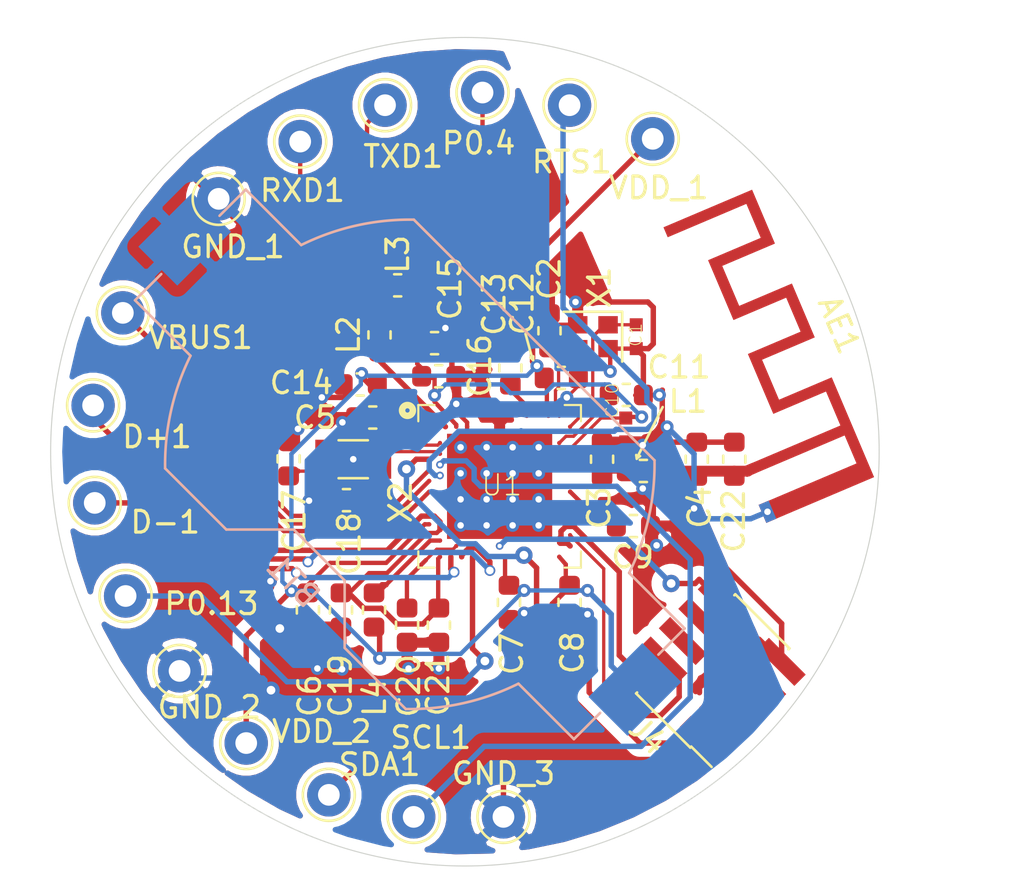
<source format=kicad_pcb>
(kicad_pcb (version 20171130) (host pcbnew "(5.1.6)-1")
  (layers (0 Top signal) (31 Bottom signal) (34 B.Paste user) (35 F.Paste user) (36 B.SilkS user) (37 F.SilkS user) (38 B.Mask user) (39 F.Mask user) (44 Edge.Cuts user))
  (net 0 "")
  (net 1 GND)
  (net 2 "Net-(C2-Pad1)")
  (net 3 "Net-(C1-Pad1)")
  (net 4 /RF)
  (net 5 "Net-(C3-Pad1)")
  (net 6 /DEC4_6)
  (net 7 "Net-(L2-Pad2)")
  (net 8 "Net-(L2-Pad1)")
  (net 9 /DEC1)
  (net 10 VCC)
  (net 11 /DEC3)
  (net 12 /P0.01/XL2)
  (net 13 /P0.00/XL1)
  (net 14 "Net-(C13-Pad1)")
  (net 15 "Net-(C9-Pad1)")
  (net 16 "Net-(C20-Pad1)")
  (net 17 VEE)
  (net 18 "Net-(L4-Pad2)")
  (net 19 /SWDIO)
  (net 20 /SWDCLK)
  (net 21 /P1.00)
  (net 22 /P0.13)
  (net 23 /D+)
  (net 24 /D-)
  (net 25 /P0.04)
  (net 26 "Net-(J4-Pad8)")
  (net 27 "Net-(J4-Pad7)")
  (net 28 /P0.18_RESET)
  (net 29 /RTS)
  (net 30 /RXD)
  (net 31 /TXD)
  (net 32 /SDA)
  (net 33 /SCL)
  (module nRF52840_qfaa_var4:AQFN50P700X700X85_HS-74N (layer Top) (at 147.651 105.154)
    (fp_text reference U1 (at -0.9 0.5) (layer F.SilkS) (effects (font (size 0.95 0.95) (thickness 0.076)) (justify left bottom)))
    (fp_text value NRF52840_QF)
    (pad P$87 thru_hole circle (at -1.8 1.8) (size 0.6 0.6) (drill 0.3) (layers *.Cu *.Mask) (net 1 GND))
    (pad P$88 thru_hole circle (at -0.6 1.8) (size 0.6 0.6) (drill 0.3) (layers *.Cu *.Mask) (net 1 GND))
    (pad P$89 thru_hole circle (at 0.6 1.8) (size 0.6 0.6) (drill 0.3) (layers *.Cu *.Mask) (net 1 GND))
    (pad P$90 thru_hole circle (at 1.8 1.8) (size 0.6 0.6) (drill 0.3) (layers *.Cu *.Mask) (net 1 GND))
    (pad P$86 thru_hole circle (at 1.8 0.6) (size 0.6 0.6) (drill 0.3) (layers *.Cu *.Mask) (net 1 GND))
    (pad P$85 thru_hole circle (at 0.6 0.6) (size 0.6 0.6) (drill 0.3) (layers *.Cu *.Mask) (net 1 GND))
    (pad P$84 thru_hole circle (at -0.6 0.6) (size 0.6 0.6) (drill 0.3) (layers *.Cu *.Mask) (net 1 GND))
    (pad P$83 thru_hole circle (at -1.8 0.6) (size 0.6 0.6) (drill 0.3) (layers *.Cu *.Mask) (net 1 GND))
    (pad P$81 thru_hole circle (at 0.6 -0.6) (size 0.6 0.6) (drill 0.3) (layers *.Cu *.Mask) (net 1 GND))
    (pad P$82 thru_hole circle (at 1.8 -0.6) (size 0.6 0.6) (drill 0.3) (layers *.Cu *.Mask) (net 1 GND))
    (pad P$78 thru_hole circle (at 1.8 -1.8) (size 0.6 0.6) (drill 0.3) (layers *.Cu *.Mask) (net 1 GND))
    (pad P$77 thru_hole circle (at 0.6 -1.8) (size 0.6 0.6) (drill 0.3) (layers *.Cu *.Mask) (net 1 GND))
    (pad P$76 thru_hole circle (at -0.6 -1.8) (size 0.6 0.6) (drill 0.3) (layers *.Cu *.Mask) (net 1 GND))
    (pad P$75 thru_hole circle (at -1.8 -1.8) (size 0.6 0.6) (drill 0.3) (layers *.Cu *.Mask) (net 1 GND))
    (pad P$79 thru_hole circle (at -1.8 -0.6) (size 0.6 0.6) (drill 0.3) (layers *.Cu *.Mask) (net 1 GND))
    (pad P$80 thru_hole circle (at -0.6 -0.6) (size 0.6 0.6) (drill 0.3) (layers *.Cu *.Mask) (net 1 GND))
    (pad P$B3 smd roundrect (at -2.5 -2.75) (size 0.2 0.2) (layers Top F.Paste F.Mask) (roundrect_rratio 0.5) (net 8 "Net-(L2-Pad1)"))
    (pad P$A23 smd roundrect (at 2.75 -3.25) (size 0.2 0.2) (layers Top F.Paste F.Mask) (roundrect_rratio 0.5) (net 2 "Net-(C2-Pad1)"))
    (pad P$A22 smd roundrect (at 2.25 -3.25) (size 0.2 0.2) (layers Top F.Paste F.Mask) (roundrect_rratio 0.5) (net 10 VCC))
    (pad P$A18 smd roundrect (at 1.25 -3.25) (size 0.2 0.2) (layers Top F.Paste F.Mask) (roundrect_rratio 0.5) (net 14 "Net-(C13-Pad1)"))
    (pad P$B7 smd roundrect (at -1.5 -2.75) (size 0.2 0.2) (layers Top F.Paste F.Mask) (roundrect_rratio 0.5) (net 1 GND))
    (pad P$B5 smd roundrect (at -2 -2.75) (size 0.2 0.2) (layers Top F.Paste F.Mask) (roundrect_rratio 0.5) (net 6 /DEC4_6))
    (pad P$B1 smd roundrect (at -3.25 -2.75) (size 0.2 0.2) (layers Top F.Paste F.Mask) (roundrect_rratio 0.5) (net 10 VCC))
    (pad P$B24 smd roundrect (at 3.25 -2.75) (size 0.2 0.2) (layers Top F.Paste F.Mask) (roundrect_rratio 0.5) (net 3 "Net-(C1-Pad1)"))
    (pad P$D23 smd roundrect (at 2.75 -2) (size 0.2 0.2) (layers Top F.Paste F.Mask) (roundrect_rratio 0.5) (net 11 /DEC3))
    (pad P$E24 smd roundrect (at 3.25 -1.75) (size 0.2 0.2) (layers Top F.Paste F.Mask) (roundrect_rratio 0.5) (net 6 /DEC4_6))
    (pad P$F23 smd roundrect (at 2.75 -1.5) (size 0.2 0.2) (layers Top F.Paste F.Mask) (roundrect_rratio 0.5) (net 1 GND))
    (pad P$H23 smd roundrect (at 2.75 -1) (size 0.2 0.2) (layers Top F.Paste F.Mask) (roundrect_rratio 0.5) (net 5 "Net-(C3-Pad1)"))
    (pad P$N24 smd roundrect (at 3.25 0.25) (size 0.2 0.2) (layers Top F.Paste F.Mask) (roundrect_rratio 0.5) (net 15 "Net-(C9-Pad1)"))
    (pad P$AC24 smd roundrect (at 3.25 2.75) (size 0.2 0.2) (layers Top F.Paste F.Mask) (roundrect_rratio 0.5) (net 19 /SWDIO))
    (pad P$AA24 smd roundrect (at 3.25 2.25) (size 0.2 0.2) (layers Top F.Paste F.Mask) (roundrect_rratio 0.5) (net 20 /SWDCLK))
    (pad P$AC13 smd roundrect (at 0 2.75) (size 0.2 0.2) (layers Top F.Paste F.Mask) (roundrect_rratio 0.5) (net 28 /P0.18_RESET))
    (pad P$AD23 smd roundrect (at 2.75 3.25) (size 0.2 0.2) (layers Top F.Paste F.Mask) (roundrect_rratio 0.5) (net 10 VCC))
    (pad P$AD14 smd roundrect (at 0.25 3.25) (size 0.2 0.2) (layers Top F.Paste F.Mask) (roundrect_rratio 0.5) (net 10 VCC))
    (pad P$AD8 smd roundrect (at -1.25 3.25) (size 0.2 0.2) (layers Top F.Paste F.Mask) (roundrect_rratio 0.5) (net 22 /P0.13))
    (pad P$AD6 smd roundrect (at -1.75 3.25) (size 0.2 0.2) (layers Top F.Paste F.Mask) (roundrect_rratio 0.5) (net 23 /D+))
    (pad P$AC5 smd roundrect (at -2 2.75) (size 0.2 0.2) (layers Top F.Paste F.Mask) (roundrect_rratio 0.5) (net 16 "Net-(C20-Pad1)"))
    (pad P$AD4 smd roundrect (at -2.25 3.25) (size 0.2 0.2) (layers Top F.Paste F.Mask) (roundrect_rratio 0.5) (net 24 /D-))
    (pad P$AD2 smd roundrect (at -2.75 3.25) (size 0.2 0.2) (layers Top F.Paste F.Mask) (roundrect_rratio 0.5) (net 17 VEE))
    (pad P$AB2 smd roundrect (at -2.75 2.5) (size 0.2 0.2) (layers Top F.Paste F.Mask) (roundrect_rratio 0.5) (net 18 "Net-(L4-Pad2)"))
    (pad P$Y2 smd roundrect (at -2.75 2) (size 0.2 0.2) (layers Top F.Paste F.Mask) (roundrect_rratio 0.5) (net 17 VEE))
    (pad P$W1 smd roundrect (at -3.25 1.75) (size 0.2 0.2) (layers Top F.Paste F.Mask) (roundrect_rratio 0.5) (net 10 VCC))
    (pad P$N1 smd roundrect (at -3.25 0.25) (size 0.2 0.2) (layers Top F.Paste F.Mask) (roundrect_rratio 0.5) (net 30 /RXD))
    (pad P$L1 smd roundrect (at -3.25 -0.25) (size 0.2 0.2) (layers Top F.Paste F.Mask) (roundrect_rratio 0.5) (net 31 /TXD))
    (pad P$J1 smd roundrect (at -3.25 -0.75) (size 0.2 0.2) (layers Top F.Paste F.Mask) (roundrect_rratio 0.5) (net 25 /P0.04))
    (pad P$G1 smd roundrect (at -3.25 -1.25) (size 0.2 0.2) (layers Top F.Paste F.Mask) (roundrect_rratio 0.5) (net 32 /SDA))
    (pad P$C1 smd roundrect (at -3.25 -2.25) (size 0.2 0.2) (layers Top F.Paste F.Mask) (roundrect_rratio 0.5) (net 9 /DEC1))
    (pad P$D2 smd roundrect (at -2.75 -2) (size 0.2 0.2) (layers Top F.Paste F.Mask) (roundrect_rratio 0.5) (net 13 /P0.00/XL1))
    (pad P$F2 smd roundrect (at -2.75 -1.5) (size 0.2 0.2) (layers Top F.Paste F.Mask) (roundrect_rratio 0.5) (net 12 /P0.01/XL2))
    (pad P$H2 smd roundrect (at -2.75 -1) (size 0.2 0.2) (layers Top F.Paste F.Mask) (roundrect_rratio 0.5) (net 33 /SCL))
    (pad P$K2 smd roundrect (at -2.75 -0.5) (size 0.2 0.2) (layers Top F.Paste F.Mask) (roundrect_rratio 0.5) (net 29 /RTS))
    (pad P$74 smd rect (at 0 0) (size 4.85 4.85) (layers Top F.Paste F.Mask) (net 1 GND))
  )
  (module RF_Antenna:Texas_SWRA117D_2.4GHz_Left (layer Top) (at 159.182 104.394 293)
    (fp_text reference AE1 (at -4.55 -6.41 113) (layer F.SilkS))
    (fp_text value Antenna_Shield)
    (fp_poly (pts (xy -2.45 -2.51) (xy -4.45 -2.51) (xy -4.45 -5.15) (xy -7.15 -5.15) (xy -7.15 -2.51) (xy -9.15 -2.51) (xy -9.15 -5.15) (xy -11.85 -5.15) (xy -11.85 -0.71) (xy -11.35 -0.71) (xy -11.35 -4.65) (xy -9.65 -4.65) (xy -9.65 -2.01) (xy -6.65 -2.01) (xy -6.65 -4.65) (xy -4.95 -4.65) (xy -4.95 -2.01) (xy -1.95 -2.01) (xy -1.95 -4.65) (xy -0.25 -4.65) (xy -0.25 0.25) (xy 0.25 0.25) (xy 0.25 -4.65) (xy 1.65 -4.65) (xy 1.65 0.25) (xy 2.55 0.25) (xy 2.55 0.006785) (xy 2.247583 0.006785) (xy 2.237742 0.054395) (xy 2.213674 0.096797) (xy 2.175731 0.129581) (xy 2.167819 0.133935) (xy 2.125156 0.146043) (xy 2.076637 0.1453) (xy 2.031122 0.1324) (xy 2.012511 0.121787) (xy 1.978868 0.086553) (xy 1.958309 0.041368) (xy 1.951778 -0.008158) (xy 1.960218 -0.056417) (xy 1.977112 -0.088643) (xy 2.012372 -0.121313) (xy 2.057682 -0.141408) (xy 2.107267 -0.147982) (xy 2.155353 -0.140092) (xy 2.188245 -0.123186) (xy 2.223185 -0.086416) (xy 2.242847 -0.041622) (xy 2.247583 0.006785) (xy 2.55 0.006785) (xy 2.55 -5.15) (xy -2.45 -5.15) (xy -2.45 -2.51)) (layer Top) (width 0))
    (pad 1 connect rect (at 0 0 293) (size 0.5 0.5) (layers Top) (net 4 /RF))
    (pad 2 thru_hole rect (at 2.1 0 293) (size 0.9 0.5) (drill 0.3) (layers *.Cu) (net 1 GND))
  )
  (module TestPoint:TestPoint_THTPad_D2.0mm_Drill1.0mm (layer Top) (at 146.8628 86.995)
    (fp_text reference P0.4 (at -0.1778 2.3368) (layer F.SilkS))
    (fp_text value TestPoint)
    (pad 1 thru_hole circle (at 0 0) (size 2 2) (drill 1) (layers *.Cu *.Mask) (net 25 /P0.04))
  )
  (module TestPoint:TestPoint_THTPad_D2.0mm_Drill1.0mm (layer Top) (at 138.4554 89.2556)
    (fp_text reference RXD1 (at 0.1016 2.2606) (layer F.SilkS))
    (fp_text value TestPoint)
    (pad 1 thru_hole circle (at 0 0) (size 2 2) (drill 1) (layers *.Cu *.Mask) (net 30 /RXD))
  )
  (module TestPoint:TestPoint_THTPad_D2.0mm_Drill1.0mm (layer Top) (at 135.966 116.992)
    (fp_text reference VDD_2 (at 3.4798 -0.5334) (layer F.SilkS))
    (fp_text value TestPoint)
    (pad 1 thru_hole circle (at 0 0) (size 2 2) (drill 1) (layers *.Cu *.Mask) (net 10 VCC))
  )
  (module TestPoint:TestPoint_THTPad_D2.0mm_Drill1.0mm (layer Top) (at 154.711 89.1286)
    (fp_text reference VDD_1 (at 0.2794 2.2606) (layer F.SilkS))
    (fp_text value TestPoint)
    (pad 1 thru_hole circle (at 0 0) (size 2 2) (drill 1) (layers *.Cu *.Mask) (net 10 VCC))
  )
  (module TestPoint:TestPoint_THTPad_D2.0mm_Drill1.0mm (layer Top) (at 142.367 87.5792)
    (fp_text reference TXD1 (at 0.8382 2.3622) (layer F.SilkS))
    (fp_text value TestPoint)
    (pad 1 thru_hole circle (at 0 0) (size 2 2) (drill 1) (layers *.Cu *.Mask) (net 31 /TXD))
  )
  (module TestPoint:TestPoint_THTPad_D2.0mm_Drill1.0mm (layer Top) (at 150.876 87.5792)
    (fp_text reference RTS1 (at 0.1016 2.6162) (layer F.SilkS))
    (fp_text value TestPoint)
    (pad 1 thru_hole circle (at 0 0) (size 2 2) (drill 1) (layers *.Cu *.Mask) (net 29 /RTS))
  )
  (module TestPoint:TestPoint_THTPad_D2.0mm_Drill1.0mm (layer Top) (at 134.696 91.8972)
    (fp_text reference GND_1 (at 0.6604 2.2098) (layer F.SilkS))
    (fp_text value TestPoint)
    (pad 1 thru_hole circle (at 0 0) (size 2 2) (drill 1) (layers *.Cu *.Mask) (net 1 GND))
  )
  (module TestPoint:TestPoint_THTPad_D2.0mm_Drill1.0mm (layer Top) (at 143.688 120.396)
    (fp_text reference SCL1 (at 0.7874 -3.6576) (layer F.SilkS))
    (fp_text value TestPoint)
    (pad 1 thru_hole circle (at 0 0) (size 2 2) (drill 1) (layers *.Cu *.Mask) (net 33 /SCL))
  )
  (module TestPoint:TestPoint_THTPad_D2.0mm_Drill1.0mm (layer Top) (at 139.776 119.38)
    (fp_text reference SDA1 (at 2.3368 -1.397) (layer F.SilkS))
    (fp_text value TestPoint)
    (pad 1 thru_hole circle (at 0 0) (size 2 2) (drill 1) (layers *.Cu *.Mask) (net 32 /SDA))
  )
  (module TestPoint:TestPoint_THTPad_D2.0mm_Drill1.0mm (layer Top) (at 132.893 113.665)
    (fp_text reference GND_2 (at 1.3716 1.6764) (layer F.SilkS))
    (fp_text value TestPoint)
    (pad 1 thru_hole circle (at 0 0) (size 2 2) (drill 1) (layers *.Cu *.Mask) (net 1 GND))
  )
  (module TestPoint:TestPoint_THTPad_D2.0mm_Drill1.0mm (layer Top) (at 128.981 105.918)
    (fp_text reference D-1 (at 3.2512 0.889) (layer F.SilkS))
    (fp_text value TestPoint)
    (pad 1 thru_hole circle (at 0 0) (size 2 2) (drill 1) (layers *.Cu *.Mask) (net 24 /D-))
  )
  (module TestPoint:TestPoint_THTPad_D2.0mm_Drill1.0mm (layer Top) (at 130.277 97.155)
    (fp_text reference VBUS1 (at 3.5814 1.143) (layer F.SilkS))
    (fp_text value TestPoint)
    (pad 1 thru_hole circle (at 0 0) (size 2 2) (drill 1) (layers *.Cu *.Mask) (net 17 VEE))
  )
  (module TestPoint:TestPoint_THTPad_D2.0mm_Drill1.0mm (layer Top) (at 147.828 120.396)
    (fp_text reference GND_3 (at 0 -1.998) (layer F.SilkS))
    (fp_text value TestPoint)
    (pad 1 thru_hole circle (at 0 0) (size 2 2) (drill 1) (layers *.Cu *.Mask) (net 1 GND))
  )
  (module TestPoint:TestPoint_THTPad_D2.0mm_Drill1.0mm (layer Top) (at 128.905 101.422)
    (fp_text reference D+1 (at 2.9464 1.4478) (layer F.SilkS))
    (fp_text value TestPoint)
    (pad 1 thru_hole circle (at 0 0) (size 2 2) (drill 1) (layers *.Cu *.Mask) (net 23 /D+))
  )
  (module TestPoint:TestPoint_THTPad_D2.0mm_Drill1.0mm (layer Top) (at 130.404 110.211)
    (fp_text reference P0.13 (at 3.9624 0.3556) (layer F.SilkS))
    (fp_text value TestPoint)
    (pad 1 thru_hole circle (at 0 0) (size 2 2) (drill 1) (layers *.Cu *.Mask) (net 22 /P0.13))
  )
  (module Battery:BatteryHolder_Keystone_1058_1x2032 (layer Bottom) (at 143.51 104.14 135)
    (fp_text reference BT1 (at 0 -7.62 135) (layer B.SilkS) (effects (justify mirror)))
    (fp_text value Battery_Cell)
    (pad 2 smd rect (at 14.68 0 135) (size 2.54 3.51) (layers Bottom B.Paste B.Mask) (net 1 GND))
    (pad 1 smd rect (at -14.68 0 135) (size 2.54 3.51) (layers Bottom B.Paste B.Mask) (net 10 VCC))
  )
  (module Connector_PinHeader_1.27mm:PinHeader_2x05_P1.27mm_Vertical_SMD (layer Top) (at 157.48 113.665 135)
    (fp_text reference J4 (at 0 -4.235 135) (layer F.SilkS))
    (fp_text value Conn_02x05_Odd_Even)
    (pad 10 smd rect (at 1.95 2.54 135) (size 2.4 0.74) (layers Top F.Paste F.Mask) (net 28 /P0.18_RESET))
    (pad 9 smd rect (at -1.95 2.54 135) (size 2.4 0.74) (layers Top F.Paste F.Mask) (net 1 GND))
    (pad 8 smd rect (at 1.95 1.27 135) (size 2.4 0.74) (layers Top F.Paste F.Mask) (net 26 "Net-(J4-Pad8)"))
    (pad 7 smd rect (at -1.95 1.27 135) (size 2.4 0.74) (layers Top F.Paste F.Mask) (net 27 "Net-(J4-Pad7)"))
    (pad 6 smd rect (at 1.95 0 135) (size 2.4 0.74) (layers Top F.Paste F.Mask) (net 21 /P1.00))
    (pad 5 smd rect (at -1.95 0 135) (size 2.4 0.74) (layers Top F.Paste F.Mask) (net 1 GND))
    (pad 4 smd rect (at 1.95 -1.27 135) (size 2.4 0.74) (layers Top F.Paste F.Mask) (net 20 /SWDCLK))
    (pad 3 smd rect (at -1.95 -1.27 135) (size 2.4 0.74) (layers Top F.Paste F.Mask) (net 1 GND))
    (pad 2 smd rect (at 1.95 -2.54 135) (size 2.4 0.74) (layers Top F.Paste F.Mask) (net 19 /SWDIO))
    (pad 1 smd rect (at -1.95 -2.54 135) (size 2.4 0.74) (layers Top F.Paste F.Mask) (net 10 VCC))
  )
  (module Crystal:Crystal_SMD_3215-2Pin_3.2x1.5mm (layer Top) (at 140.901 103.904 180)
    (fp_text reference X2 (at -2.1771 -1.989 90) (layer F.SilkS))
    (fp_text value 32.768kHz)
    (pad 2 smd rect (at -1.25 0 180) (size 1 1.8) (layers Top F.Paste F.Mask) (net 12 /P0.01/XL2))
    (pad 1 smd rect (at 1.25 0 180) (size 1 1.8) (layers Top F.Paste F.Mask) (net 13 /P0.00/XL1))
  )
  (module Crystal:Crystal_SMD_2016-4Pin_2.0x1.6mm (layer Top) (at 151.951 98.2536 180)
    (fp_text reference X1 (at -0.2965 2.267 90) (layer F.SilkS))
    (fp_text value 32MHz)
    (pad 4 smd rect (at -0.7 -0.55 180) (size 0.9 0.8) (layers Top F.Paste F.Mask) (net 1 GND))
    (pad 3 smd rect (at 0.7 -0.55 180) (size 0.9 0.8) (layers Top F.Paste F.Mask) (net 2 "Net-(C2-Pad1)"))
    (pad 2 smd rect (at 0.7 0.55 180) (size 0.9 0.8) (layers Top F.Paste F.Mask) (net 1 GND))
    (pad 1 smd rect (at -0.7 0.55 180) (size 0.9 0.8) (layers Top F.Paste F.Mask) (net 3 "Net-(C1-Pad1)"))
  )
  (module Capacitor_SMD:C_0603_1608Metric (layer Top) (at 141.859 110.854 90)
    (fp_text reference L4 (at -4.0306 0.0254 90) (layer F.SilkS))
    (fp_text value 10µH)
    (pad 2 smd roundrect (at 0.7875 0 90) (size 0.875 0.95) (layers Top F.Paste F.Mask) (net 18 "Net-(L4-Pad2)"))
    (pad 1 smd roundrect (at -0.7875 0 90) (size 0.875 0.95) (layers Top F.Paste F.Mask) (net 10 VCC))
  )
  (module Inductor_SMD:L_0603_1608Metric (layer Top) (at 142.951 95.885)
    (fp_text reference L3 (at 0 -1.43 90) (layer F.SilkS))
    (fp_text value 15nH)
    (pad 2 smd roundrect (at 0.7875 0) (size 0.875 0.95) (layers Top F.Paste F.Mask) (net 6 /DEC4_6))
    (pad 1 smd roundrect (at -0.7875 0) (size 0.875 0.95) (layers Top F.Paste F.Mask) (net 7 "Net-(L2-Pad2)"))
  )
  (module Inductor_SMD:L_0603_1608Metric (layer Top) (at 142.113 98.171 90)
    (fp_text reference L2 (at 0 -1.43 90) (layer F.SilkS))
    (fp_text value 10µH)
    (pad 2 smd roundrect (at 0.7875 0 90) (size 0.875 0.95) (layers Top F.Paste F.Mask) (net 7 "Net-(L2-Pad2)"))
    (pad 1 smd roundrect (at -0.7875 0 90) (size 0.875 0.95) (layers Top F.Paste F.Mask) (net 8 "Net-(L2-Pad1)"))
  )
  (module Inductor_SMD:L_0603_1608Metric (layer Top) (at 154.28 104.445)
    (fp_text reference L1 (at 2.0574 -3.2092) (layer F.SilkS))
    (fp_text value 3.9nH)
    (pad 2 smd roundrect (at 0.7875 0) (size 0.875 0.95) (layers Top F.Paste F.Mask) (net 4 /RF))
    (pad 1 smd roundrect (at -0.7875 0) (size 0.875 0.95) (layers Top F.Paste F.Mask) (net 5 "Net-(C3-Pad1)"))
  )
  (module Capacitor_SMD:C_0603_1608Metric (layer Top) (at 158.471 103.904 90)
    (fp_text reference C22 (at -2.8526 -0.0329 270) (layer F.SilkS))
    (fp_text value N.C.)
    (pad 2 smd roundrect (at 0.7875 0 90) (size 0.875 0.95) (layers Top F.Paste F.Mask) (net 1 GND))
    (pad 1 smd roundrect (at -0.7875 0 90) (size 0.875 0.95) (layers Top F.Paste F.Mask) (net 4 /RF))
  )
  (module Capacitor_SMD:C_0603_1608Metric (layer Top) (at 144.851 111.554 270)
    (fp_text reference C21 (at 2.7464 0.0457 90) (layer F.SilkS))
    (fp_text value 4.7µF)
    (pad 2 smd roundrect (at 0.7875 0 270) (size 0.875 0.95) (layers Top F.Paste F.Mask) (net 1 GND))
    (pad 1 smd roundrect (at -0.7875 0 270) (size 0.875 0.95) (layers Top F.Paste F.Mask) (net 17 VEE))
  )
  (module Capacitor_SMD:C_0603_1608Metric (layer Top) (at 143.383 111.554 270)
    (fp_text reference C20 (at 2.7972 -0.0762 90) (layer F.SilkS))
    (fp_text value 4.7µF)
    (pad 2 smd roundrect (at 0.7875 0 270) (size 0.875 0.95) (layers Top F.Paste F.Mask) (net 1 GND))
    (pad 1 smd roundrect (at -0.7875 0 270) (size 0.875 0.95) (layers Top F.Paste F.Mask) (net 16 "Net-(C20-Pad1)"))
  )
  (module Capacitor_SMD:C_0603_1608Metric (layer Top) (at 140.335 110.854 270)
    (fp_text reference C19 (at 3.4972 0.0254 90) (layer F.SilkS))
    (fp_text value 4.7µF)
    (pad 2 smd roundrect (at 0.7875 0 270) (size 0.875 0.95) (layers Top F.Paste F.Mask) (net 1 GND))
    (pad 1 smd roundrect (at -0.7875 0 270) (size 0.875 0.95) (layers Top F.Paste F.Mask) (net 17 VEE))
  )
  (module Resistor_SMD:R_0603_1608Metric (layer Top) (at 140.589 105.791)
    (fp_text reference C18 (at 0.127 2.0066 90) (layer F.SilkS))
    (fp_text value 12pF)
    (pad 2 smd roundrect (at 0.7875 0) (size 0.875 0.95) (layers Top F.Paste F.Mask) (net 12 /P0.01/XL2))
    (pad 1 smd roundrect (at -0.7875 0) (size 0.875 0.95) (layers Top F.Paste F.Mask) (net 1 GND))
  )
  (module Capacitor_SMD:C_0603_1608Metric (layer Top) (at 137.922 103.886 270)
    (fp_text reference C17 (at 2.8702 -0.254 90) (layer F.SilkS))
    (fp_text value 12pF)
    (pad 2 smd roundrect (at 0.7875 0 270) (size 0.875 0.95) (layers Top F.Paste F.Mask) (net 13 /P0.00/XL1))
    (pad 1 smd roundrect (at -0.7875 0 270) (size 0.875 0.95) (layers Top F.Paste F.Mask) (net 1 GND))
  )
  (module Capacitor_SMD:C_0603_1608Metric (layer Top) (at 144.844 100.076)
    (fp_text reference C16 (at 1.8923 -0.4826 90) (layer F.SilkS))
    (fp_text value 47nF)
    (pad 2 smd roundrect (at 0.7875 0) (size 0.875 0.95) (layers Top F.Paste F.Mask) (net 1 GND))
    (pad 1 smd roundrect (at -0.7875 0) (size 0.875 0.95) (layers Top F.Paste F.Mask) (net 6 /DEC4_6))
  )
  (module Capacitor_SMD:C_0603_1608Metric (layer Top) (at 144.651 98.552)
    (fp_text reference C15 (at 0.7131 -2.5146 90) (layer F.SilkS))
    (fp_text value 1.0µF)
    (pad 2 smd roundrect (at 0.7875 0) (size 0.875 0.95) (layers Top F.Paste F.Mask) (net 1 GND))
    (pad 1 smd roundrect (at -0.7875 0) (size 0.875 0.95) (layers Top F.Paste F.Mask) (net 6 /DEC4_6))
  )
  (module Capacitor_SMD:C_0603_1608Metric (layer Top) (at 141.224 100.457 180)
    (fp_text reference C14 (at 2.7178 0.0762) (layer F.SilkS))
    (fp_text value 4.7µF)
    (pad 2 smd roundrect (at 0.7875 0 180) (size 0.875 0.95) (layers Top F.Paste F.Mask) (net 1 GND))
    (pad 1 smd roundrect (at -0.7875 0 180) (size 0.875 0.95) (layers Top F.Paste F.Mask) (net 10 VCC))
  )
  (module Capacitor_SMD:C_0603_1608Metric (layer Top) (at 148.146 99.695 90)
    (fp_text reference C13 (at 2.9464 -0.7493 90) (layer F.SilkS))
    (fp_text value N.C.)
    (pad 2 smd roundrect (at 0.7875 0 90) (size 0.875 0.95) (layers Top F.Paste F.Mask) (net 1 GND))
    (pad 1 smd roundrect (at -0.7875 0 90) (size 0.875 0.95) (layers Top F.Paste F.Mask) (net 14 "Net-(C13-Pad1)"))
  )
  (module Capacitor_SMD:C_0603_1608Metric (layer Top) (at 150.495 100.154)
    (fp_text reference C12 (at -1.8034 -3.4304 90) (layer F.SilkS))
    (fp_text value 100nF)
    (pad 2 smd roundrect (at 0.7875 0) (size 0.875 0.95) (layers Top F.Paste F.Mask) (net 1 GND))
    (pad 1 smd roundrect (at -0.7875 0) (size 0.875 0.95) (layers Top F.Paste F.Mask) (net 10 VCC))
  )
  (module Capacitor_SMD:C_0603_1608Metric (layer Top) (at 153.492 100.94)
    (fp_text reference C11 (at 2.4271 -1.284) (layer F.SilkS))
    (fp_text value 100pF)
    (pad 2 smd roundrect (at 0.7875 0) (size 0.875 0.95) (layers Top F.Paste F.Mask) (net 1 GND))
    (pad 1 smd roundrect (at -0.7875 0) (size 0.875 0.95) (layers Top F.Paste F.Mask) (net 11 /DEC3))
  )
  (module Capacitor_SMD:C_0603_1608Metric (layer Top) (at 153.822 106.985)
    (fp_text reference C9 (at -0.038 1.4266) (layer F.SilkS))
    (fp_text value 820pF)
    (pad 2 smd roundrect (at 0.7875 0) (size 0.875 0.95) (layers Top F.Paste F.Mask) (net 1 GND))
    (pad 1 smd roundrect (at -0.7875 0) (size 0.875 0.95) (layers Top F.Paste F.Mask) (net 15 "Net-(C9-Pad1)"))
  )
  (module Capacitor_SMD:C_0603_1608Metric (layer Top) (at 150.876 110.504 270)
    (fp_text reference C8 (at 2.3232 -0.127 90) (layer F.SilkS))
    (fp_text value 100nF)
    (pad 2 smd roundrect (at 0.7875 0 270) (size 0.875 0.95) (layers Top F.Paste F.Mask) (net 1 GND))
    (pad 1 smd roundrect (at -0.7875 0 270) (size 0.875 0.95) (layers Top F.Paste F.Mask) (net 10 VCC))
  )
  (module Capacitor_SMD:C_0603_1608Metric (layer Top) (at 148.082 110.504 270)
    (fp_text reference C7 (at 2.374 -0.127 90) (layer F.SilkS))
    (fp_text value 100nF)
    (pad 2 smd roundrect (at 0.7875 0 270) (size 0.875 0.95) (layers Top F.Paste F.Mask) (net 1 GND))
    (pad 1 smd roundrect (at -0.7875 0 270) (size 0.875 0.95) (layers Top F.Paste F.Mask) (net 10 VCC))
  )
  (module Capacitor_SMD:C_0603_1608Metric (layer Top) (at 138.811 110.854 270)
    (fp_text reference C6 (at 3.9544 -0.0762 90) (layer F.SilkS))
    (fp_text value 4.7µF)
    (pad 2 smd roundrect (at 0.7875 0 270) (size 0.875 0.95) (layers Top F.Paste F.Mask) (net 1 GND))
    (pad 1 smd roundrect (at -0.7875 0 270) (size 0.875 0.95) (layers Top F.Paste F.Mask) (net 10 VCC))
  )
  (module Capacitor_SMD:C_0603_1608Metric (layer Top) (at 141.801 101.981 180)
    (fp_text reference C5 (at 2.6599 0) (layer F.SilkS))
    (fp_text value 100nF)
    (pad 2 smd roundrect (at 0.7875 0 180) (size 0.875 0.95) (layers Top F.Paste F.Mask) (net 1 GND))
    (pad 1 smd roundrect (at -0.7875 0 180) (size 0.875 0.95) (layers Top F.Paste F.Mask) (net 9 /DEC1))
  )
  (module Capacitor_SMD:C_0603_1608Metric (layer Top) (at 156.743 103.904 90)
    (fp_text reference C4 (at -2.2176 0.127 90) (layer F.SilkS))
    (fp_text value 1pF)
    (pad 2 smd roundrect (at 0.7875 0 90) (size 0.875 0.95) (layers Top F.Paste F.Mask) (net 1 GND))
    (pad 1 smd roundrect (at -0.7875 0 90) (size 0.875 0.95) (layers Top F.Paste F.Mask) (net 4 /RF))
  )
  (module Capacitor_SMD:C_0603_1608Metric (layer Top) (at 152.375 103.904 90)
    (fp_text reference C3 (at -2.243 -0.1337 90) (layer F.SilkS))
    (fp_text value 1pF)
    (pad 2 smd roundrect (at 0.7875 0 90) (size 0.875 0.95) (layers Top F.Paste F.Mask) (net 1 GND))
    (pad 1 smd roundrect (at -0.7875 0 90) (size 0.875 0.95) (layers Top F.Paste F.Mask) (net 5 "Net-(C3-Pad1)"))
  )
  (module Capacitor_SMD:C_0603_1608Metric (layer Top) (at 149.951 97.9805 90)
    (fp_text reference C2 (at 2.4003 -0.0149 270) (layer F.SilkS))
    (fp_text value 12pF)
    (pad 2 smd roundrect (at 0.7875 0 90) (size 0.875 0.95) (layers Top F.Paste F.Mask) (net 1 GND))
    (pad 1 smd roundrect (at -0.7875 0 90) (size 0.875 0.95) (layers Top F.Paste F.Mask) (net 2 "Net-(C2-Pad1)"))
  )
  (module nRF52840_qfaa_var4:RESC0402_N (layer Top) (at 153.951 98.2536 270)
    (fp_text reference C1 (at 0.5 -0.3 90) (layer F.SilkS) (effects (font (size 0.57 0.57) (thickness 0.0456)) (justify left bottom)))
    (fp_text value 12pF)
    (pad 2 smd rect (at 0.55 0 270) (size 0.6 0.6) (layers Top F.Paste F.Mask) (net 1 GND))
    (pad 1 smd rect (at -0.55 0 270) (size 0.6 0.6) (layers Top F.Paste F.Mask) (net 3 "Net-(C1-Pad1)"))
  )
  (module nRF52840_qfaa_var4:RESC0402_N (layer Top) (at 153.467 102.554 270)
    (fp_text reference C10 (at -0.5 0.3 90) (layer F.SilkS) (effects (font (size 0.57 0.57) (thickness 0.0456)) (justify left bottom)))
    (fp_text value N.C.)
    (pad 2 smd rect (at 0.55 0 270) (size 0.6 0.6) (layers Top F.Paste F.Mask) (net 1 GND))
    (pad 1 smd rect (at -0.55 0 270) (size 0.6 0.6) (layers Top F.Paste F.Mask) (net 6 /DEC4_6))
  )
  (gr_circle (center 146.05 103.557843) (end 140.97 85.142843) (layer Edge.Cuts) (width 0.05))
  (gr_line (start 149.1996 99.1616) (end 149.1996 99.3394) (layer F.SilkS) (width 0.12))
  (gr_line (start 149.0726 99.2124) (end 149.1996 99.1616) (layer F.SilkS) (width 0.12))
  (gr_line (start 149.1742 99.314) (end 149.0726 99.2124) (layer F.SilkS) (width 0.12))
  (gr_line (start 148.844 98.1202) (end 149.1742 99.314) (layer F.SilkS) (width 0.12))
  (gr_line (start 153.9748 103.886) (end 153.9494 103.7082) (layer F.SilkS) (width 0.12))
  (gr_line (start 153.9748 103.8606) (end 154.1272 103.759) (layer F.SilkS) (width 0.12))
  (gr_line (start 155.1686 101.4984) (end 153.9748 103.8606) (layer F.SilkS) (width 0.12))
  (segment (start 158.8589 115.0439) (end 158.859 115.044) (width 0.25) (layer Top) (net 1))
  (segment (start 158.05 114.235) (end 158.8589 115.0439) (width 0.25) (layer Top) (net 1))
  (segment (start 139.8015 105.791) (end 138.887 105.791) (width 0.25) (layer Top) (net 1))
  (segment (start 138.887 105.791) (end 138.862 105.816) (width 0.25) (layer Top) (net 1))
  (segment (start 139.802 105.791) (end 139.8015 105.791) (width 0.25) (layer Top) (net 1))
  (segment (start 152.734 98.8864) (end 152.676 98.8286) (width 0.2) (layer Top) (net 1))
  (segment (start 153.951 98.8036) (end 152.817 98.8036) (width 0.2) (layer Top) (net 1))
  (segment (start 152.817 98.8036) (end 152.734 98.8864) (width 0.2) (layer Top) (net 1))
  (segment (start 151.151 97.6036) (end 151.226 97.6786) (width 0.2) (layer Top) (net 1))
  (segment (start 149.951 97.7036) (end 151.051 97.7036) (width 0.2) (layer Top) (net 1))
  (segment (start 151.051 97.7036) (end 151.151 97.6036) (width 0.2) (layer Top) (net 1))
  (segment (start 139.051 111.654) (end 138.555 112.15) (width 0.25) (layer Top) (net 1))
  (segment (start 138.555 112.15) (end 138.555 112.86) (width 0.25) (layer Top) (net 1))
  (segment (start 138.555 112.86) (end 139.247 113.552) (width 0.25) (layer Top) (net 1))
  (segment (start 140.651 111.654) (end 140.087 112.218) (width 0.25) (layer Top) (net 1))
  (segment (start 140.087 112.218) (end 140.087 113.289) (width 0.25) (layer Top) (net 1))
  (segment (start 140.087 113.289) (end 140.387 113.589) (width 0.25) (layer Top) (net 1))
  (segment (start 152.051 103.354) (end 151.651 103.754) (width 0.15) (layer Top) (net 1))
  (segment (start 151.651 103.754) (end 150.501 103.754) (width 0.15) (layer Top) (net 1))
  (segment (start 150.501 103.754) (end 150.401 103.654) (width 0.15) (layer Top) (net 1))
  (segment (start 145.651 100.154) (end 145.601 100.104) (width 0.2) (layer Top) (net 1))
  (segment (start 145.601 100.104) (end 145.601 100.154) (width 0.2) (layer Top) (net 1))
  (segment (start 145.601 100.154) (end 145.451 100.004) (width 0.2) (layer Top) (net 1))
  (segment (start 146.151 102.404) (end 146.151 103.054) (width 0.2) (layer Top) (net 1))
  (segment (start 146.151 103.054) (end 145.851 103.354) (width 0.2) (layer Top) (net 1))
  (segment (start 150.401 103.654) (end 149.751 103.654) (width 0.2) (layer Top) (net 1))
  (segment (start 149.751 103.654) (end 149.451 103.354) (width 0.2) (layer Top) (net 1))
  (segment (start 147.901 111.054) (end 148.651 111.054) (width 0.2) (layer Top) (net 1))
  (segment (start 150.701 111.054) (end 151.451 111.054) (width 0.2) (layer Top) (net 1))
  (segment (start 154.251 103.254) (end 154.351 103.354) (width 0.2) (layer Top) (net 1))
  (segment (start 154.351 103.354) (end 155.151 103.354) (width 0.2) (layer Top) (net 1))
  (segment (start 154.751 100.954) (end 153.901 100.954) (width 0.2) (layer Top) (net 1))
  (segment (start 152.734 98.8864) (end 152.751 98.9036) (width 0.2) (layer Top) (net 1))
  (segment (start 152.751 98.9036) (end 152.751 99.8536) (width 0.2) (layer Top) (net 1))
  (segment (start 151.151 97.6036) (end 151.151 96.6536) (width 0.2) (layer Top) (net 1))
  (segment (start 141.251 102.204) (end 140.401 102.204) (width 0.25) (layer Top) (net 1))
  (segment (start 138.351 103.354) (end 138.351 102.504) (width 0.2) (layer Top) (net 1))
  (segment (start 143.451 112.354) (end 143.451 113.554) (width 0.25) (layer Top) (net 1))
  (segment (start 144.851 112.354) (end 144.851 113.554) (width 0.25) (layer Top) (net 1))
  (segment (start 145.651 101.704) (end 146.151 102.204) (width 0.2) (layer Top) (net 1))
  (segment (start 146.151 102.204) (end 146.151 102.404) (width 0.2) (layer Top) (net 1))
  (segment (start 145.451 100.004) (end 145.451 98.1536) (width 0.25) (layer Top) (net 1))
  (segment (start 145.451 98.1536) (end 145.151 97.8536) (width 0.25) (layer Top) (net 1))
  (segment (start 139.451 101.054) (end 140.551 101.054) (width 0.25) (layer Top) (net 1))
  (segment (start 140.551 101.054) (end 140.551 100.572) (width 0.25) (layer Top) (net 1))
  (segment (start 140.551 100.572) (end 140.436 100.457) (width 0.25) (layer Top) (net 1))
  (segment (start 149.951 97.7036) (end 149.951 97.193) (width 0.25) (layer Top) (net 1))
  (segment (start 154.889 107.874) (end 154.889 107.264) (width 0.15) (layer Top) (net 1))
  (segment (start 154.889 107.264) (end 154.61 106.985) (width 0.15) (layer Top) (net 1))
  (segment (start 145.651 101.704) (end 145.651 101.354) (width 0.25) (layer Top) (net 1))
  (segment (start 145.651 101.354) (end 145.651 100.154) (width 0.25) (layer Top) (net 1))
  (segment (start 154.251 103.254) (end 154.101 103.104) (width 0.2) (layer Top) (net 1))
  (segment (start 154.101 103.104) (end 153.467 103.104) (width 0.2) (layer Top) (net 1))
  (segment (start 153.467 103.104) (end 153.351 103.104) (width 0.2) (layer Top) (net 1))
  (segment (start 160.655 113.248) (end 159.612 112.204) (width 0.25) (layer Top) (net 1))
  (segment (start 134.696 91.8972) (end 134.565 92.0278) (width 0.25) (layer Bottom) (net 1))
  (segment (start 134.565 92.0278) (end 134.565 92.324) (width 0.25) (layer Bottom) (net 1))
  (segment (start 134.565 92.324) (end 133.13 93.7597) (width 0.25) (layer Bottom) (net 1))
  (segment (start 133.13 93.7597) (end 136.782 97.4121) (width 0.25) (layer Bottom) (net 1))
  (segment (start 136.782 97.4121) (end 139.211 97.4121) (width 0.25) (layer Bottom) (net 1))
  (segment (start 148.501 114.804) (end 147.828 115.478) (width 0.25) (layer Top) (net 1))
  (segment (start 147.828 115.478) (end 147.828 120.396) (width 0.25) (layer Top) (net 1))
  (segment (start 159.986 106.334) (end 159.223 106.65) (width 0.25) (layer Bottom) (net 1))
  (via (at 140.387 113.589) (size 0.6) (drill 0.3) (layers Top Bottom) (net 1))
  (via (at 139.247 113.552) (size 0.6) (drill 0.3) (layers Top Bottom) (net 1))
  (via (at 154.889 107.874) (size 0.6) (drill 0.3) (layers Top Bottom) (net 1))
  (via (at 156.6164 106.172) (size 0.6) (drill 0.3) (layers Top Bottom) (net 1))
  (via (at 154.251 105.254) (size 0.6) (drill 0.3) (layers Top Bottom) (net 1))
  (via (at 154.251 103.254) (size 0.6) (drill 0.3) (layers Top Bottom) (net 1))
  (via (at 155.3718 102.4128) (size 0.6) (drill 0.3) (layers Top Bottom) (net 1))
  (via (at 155.016 100.94) (size 0.6) (drill 0.3) (layers Top Bottom) (net 1))
  (via (at 152.751 99.8536) (size 0.6) (drill 0.3) (layers Top Bottom) (net 1))
  (via (at 151.151 96.6536) (size 0.6) (drill 0.3) (layers Top Bottom) (net 1))
  (via (at 151.702 111.054) (size 0.6) (drill 0.3) (layers Top Bottom) (net 1))
  (via (at 148.78 110.998) (size 0.6) (drill 0.3) (layers Top Bottom) (net 1))
  (via (at 144.851 113.554) (size 0.6) (drill 0.3) (layers Top Bottom) (net 1))
  (via (at 143.451 113.554) (size 0.6) (drill 0.3) (layers Top Bottom) (net 1))
  (via (at 137.084 109.525) (size 0.6) (drill 0.3) (layers Top Bottom) (net 1))
  (via (at 140.901 103.904) (size 0.6) (drill 0.3) (layers Top Bottom) (net 1))
  (via (at 138.351 102.504) (size 0.6) (drill 0.3) (layers Top Bottom) (net 1))
  (via (at 140.401 102.204) (size 0.6) (drill 0.3) (layers Top Bottom) (net 1))
  (via (at 139.451 101.054) (size 0.6) (drill 0.3) (layers Top Bottom) (net 1))
  (via (at 145.151 97.8536) (size 0.6) (drill 0.3) (layers Top Bottom) (net 1))
  (via (at 145.651 101.354) (size 0.6) (drill 0.3) (layers Top Bottom) (net 1))
  (via (at 150.751 101.054) (size 0.6) (drill 0.3) (layers Top Bottom) (net 1))
  (via (at 138.862 105.816) (size 0.6) (drill 0.3) (layers Top Bottom) (net 1))
  (segment (start 158.471 103.1165) (end 156.743 103.1165) (width 0.25) (layer Top) (net 1))
  (segment (start 155.3037 103.1165) (end 155.151 102.9638) (width 0.25) (layer Top) (net 1))
  (segment (start 156.743 103.1165) (end 155.3037 103.1165) (width 0.25) (layer Top) (net 1))
  (segment (start 155.151 102.9638) (end 155.151 102.454) (width 0.2) (layer Top) (net 1))
  (segment (start 155.151 102.454) (end 155.151 100.7188) (width 0.25) (layer Top) (net 1))
  (segment (start 155.016 100.8538) (end 155.016 100.94) (width 0.25) (layer Top) (net 1))
  (segment (start 155.151 100.7188) (end 155.016 100.8538) (width 0.25) (layer Top) (net 1))
  (segment (start 157.0944 106.65) (end 156.6164 106.172) (width 0.25) (layer Bottom) (net 1))
  (segment (start 159.223 106.65) (end 157.0944 106.65) (width 0.25) (layer Bottom) (net 1))
  (segment (start 155.151 103.354) (end 155.151 102.9638) (width 0.2) (layer Top) (net 1))
  (segment (start 156.6164 103.6574) (end 155.3718 102.4128) (width 0.25) (layer Bottom) (net 1))
  (segment (start 156.6164 106.172) (end 156.6164 103.6574) (width 0.25) (layer Bottom) (net 1))
  (segment (start 136.8298 114.0968) (end 136.729 113.996) (width 0.25) (layer Bottom) (net 1))
  (segment (start 133.224 113.996) (end 132.893 113.665) (width 0.25) (layer Bottom) (net 1))
  (segment (start 136.729 113.996) (end 133.224 113.996) (width 0.25) (layer Bottom) (net 1))
  (via (at 137.1092 114.554) (size 0.8) (drill 0.4) (layers Top Bottom) (net 1))
  (via (at 137.5156 111.7092) (size 0.8) (drill 0.4) (layers Top Bottom) (net 1))
  (segment (start 137.084 111.2776) (end 137.5156 111.7092) (width 0.25) (layer Bottom) (net 1))
  (segment (start 137.084 109.525) (end 137.084 111.2776) (width 0.25) (layer Bottom) (net 1))
  (segment (start 153.951 98.8036) (end 154.5106 98.8036) (width 0.25) (layer Top) (net 1))
  (segment (start 154.5106 98.8036) (end 154.7368 98.5774) (width 0.25) (layer Top) (net 1))
  (segment (start 154.7368 98.5774) (end 154.7368 96.901) (width 0.25) (layer Top) (net 1))
  (segment (start 154.4894 96.6536) (end 151.151 96.6536) (width 0.25) (layer Top) (net 1))
  (segment (start 154.7368 96.901) (end 154.4894 96.6536) (width 0.25) (layer Top) (net 1))
  (segment (start 151.2825 100.5225) (end 151.2825 100.154) (width 0.15) (layer Top) (net 1))
  (segment (start 150.751 101.054) (end 151.2825 100.5225) (width 0.15) (layer Top) (net 1))
  (segment (start 154.2795 99.1321) (end 153.951 98.8036) (width 0.25) (layer Top) (net 1))
  (segment (start 154.2795 100.94) (end 154.2795 99.1321) (width 0.25) (layer Top) (net 1))
  (segment (start 150.751 97.8536) (end 145.151 97.8536) (width 0.25) (layer Bottom) (net 1))
  (segment (start 152.751 99.8536) (end 150.751 97.8536) (width 0.25) (layer Bottom) (net 1))
  (segment (start 160.654909 113.247807) (end 160.654909 111.480509) (width 0.25) (layer Top) (net 1))
  (segment (start 156.6164 107.442) (end 156.6164 106.172) (width 0.25) (layer Top) (net 1))
  (segment (start 160.654909 111.480509) (end 156.6164 107.442) (width 0.25) (layer Top) (net 1))
  (segment (start 150.451 101.354) (end 145.651 101.354) (width 0.25) (layer Bottom) (net 1))
  (segment (start 150.751 101.054) (end 150.451 101.354) (width 0.25) (layer Bottom) (net 1))
  (segment (start 149.951 98.8036) (end 149.987 98.8036) (width 0.15) (layer Top) (net 2))
  (segment (start 149.987 98.8036) (end 149.951 98.768) (width 0.25) (layer Top) (net 2))
  (segment (start 149.987 98.8036) (end 151.201 98.8036) (width 0.15) (layer Top) (net 2))
  (segment (start 151.201 98.8036) (end 151.214 98.8161) (width 0.15) (layer Top) (net 2))
  (segment (start 151.214 98.8161) (end 151.226 98.8286) (width 0.15) (layer Top) (net 2))
  (segment (start 151.214 98.8161) (end 151.238 98.8161) (width 0.25) (layer Top) (net 2))
  (segment (start 151.238 98.8161) (end 151.251 98.8036) (width 0.25) (layer Top) (net 2))
  (segment (start 150.37001 99.18701) (end 149.951 98.768) (width 0.15) (layer Top) (net 2))
  (segment (start 150.37001 100.594064) (end 150.37001 99.18701) (width 0.15) (layer Top) (net 2))
  (segment (start 150.225999 100.738075) (end 150.37001 100.594064) (width 0.15) (layer Top) (net 2))
  (segment (start 150.225999 101.728999) (end 150.225999 100.738075) (width 0.15) (layer Top) (net 2))
  (segment (start 150.401 101.904) (end 150.225999 101.728999) (width 0.15) (layer Top) (net 2))
  (segment (start 153.951 97.7036) (end 152.701 97.7036) (width 0.15) (layer Top) (net 3))
  (segment (start 152.701 97.7036) (end 152.676 97.6786) (width 0.15) (layer Top) (net 3))
  (segment (start 152.651 97.7036) (end 152.676 97.6786) (width 0.25) (layer Top) (net 3))
  (segment (start 151.94501 101.35999) (end 150.901 102.404) (width 0.15) (layer Top) (net 3))
  (segment (start 151.94501 98.254588) (end 151.94501 101.35999) (width 0.15) (layer Top) (net 3))
  (segment (start 152.495998 97.7036) (end 151.94501 98.254588) (width 0.15) (layer Top) (net 3))
  (segment (start 152.651 97.7036) (end 152.495998 97.7036) (width 0.15) (layer Top) (net 3))
  (segment (start 158.471 104.6915) (end 158.471 104.454) (width 0.25) (layer Top) (net 4))
  (segment (start 158.471 104.692) (end 158.471 104.6915) (width 0.25) (layer Top) (net 4))
  (segment (start 154.712 104.454) (end 155.076 104.454) (width 0.5) (layer Top) (net 4))
  (segment (start 155.076 104.454) (end 155.068 104.445) (width 0.25) (layer Top) (net 4))
  (segment (start 156.743 104.692) (end 156.676 104.624) (width 0.25) (layer Top) (net 4))
  (segment (start 156.676 104.624) (end 156.676 104.454) (width 0.25) (layer Top) (net 4))
  (segment (start 155.076 104.454) (end 156.676 104.454) (width 0.5) (layer Top) (net 4))
  (segment (start 156.676 104.454) (end 158.471 104.454) (width 0.5) (layer Top) (net 4))
  (segment (start 158.471 104.454) (end 159.101 104.454) (width 0.5) (layer Top) (net 4))
  (segment (start 159.101 104.454) (end 159.122 104.454) (width 0.25) (layer Top) (net 4))
  (segment (start 159.122 104.454) (end 159.182 104.394) (width 0.25) (layer Top) (net 4))
  (segment (start 152.6215 104.445) (end 152.375 104.6915) (width 0.25) (layer Top) (net 5))
  (segment (start 153.4925 104.445) (end 152.6215 104.445) (width 0.25) (layer Top) (net 5))
  (segment (start 152.375 104.6915) (end 152.375 104.5468) (width 0.25) (layer Top) (net 5))
  (segment (start 151.9822 104.154) (end 150.401 104.154) (width 0.25) (layer Top) (net 5))
  (segment (start 152.375 104.5468) (end 151.9822 104.154) (width 0.25) (layer Top) (net 5))
  (segment (start 143.851 98.9175) (end 143.851 98.8536) (width 0.2) (layer Top) (net 6))
  (segment (start 152.501 100.457) (end 150.148 100.457) (width 0.2) (layer Bottom) (net 6))
  (segment (start 150.148 100.457) (end 149.751 100.854) (width 0.2) (layer Bottom) (net 6))
  (segment (start 149.751 100.854) (end 148.151 100.854) (width 0.2) (layer Bottom) (net 6))
  (segment (start 148.151 100.854) (end 147.751 100.454) (width 0.2) (layer Bottom) (net 6))
  (segment (start 147.751 100.454) (end 145.151 100.454) (width 0.2) (layer Bottom) (net 6))
  (segment (start 145.151 100.454) (end 144.651 100.954) (width 0.2) (layer Bottom) (net 6))
  (segment (start 153.351 102.004) (end 152.327 102.004) (width 0.15) (layer Top) (net 6))
  (segment (start 152.327 102.004) (end 150.927 103.404) (width 0.15) (layer Top) (net 6))
  (segment (start 150.927 103.404) (end 150.901 103.404) (width 0.15) (layer Top) (net 6))
  (segment (start 143.864 98.552) (end 143.864 98.905) (width 0.15) (layer Top) (net 6))
  (segment (start 143.864 98.905) (end 143.851 98.9175) (width 0.15) (layer Top) (net 6))
  (segment (start 145.651 102.404) (end 145.651 102.316) (width 0.2) (layer Top) (net 6))
  (segment (start 145.651 102.316) (end 144.651 101.254) (width 0.2) (layer Top) (net 6))
  (segment (start 144.651 101.254) (end 144.651 100.954) (width 0.2) (layer Top) (net 6))
  (segment (start 144.651 100.954) (end 144.651 100.154) (width 0.2) (layer Top) (net 6))
  (segment (start 144.651 100.154) (end 144.501 100.154) (width 0.2) (layer Top) (net 6))
  (segment (start 144.501 100.154) (end 143.851 99.5036) (width 0.2) (layer Top) (net 6))
  (segment (start 143.851 99.5036) (end 143.851 98.9175) (width 0.2) (layer Top) (net 6))
  (segment (start 154.201 101.954) (end 152.704 100.457) (width 0.2) (layer Bottom) (net 6))
  (segment (start 152.704 100.457) (end 152.501 100.457) (width 0.2) (layer Bottom) (net 6))
  (segment (start 152.501 100.457) (end 152.498 100.454) (width 0.2) (layer Bottom) (net 6))
  (segment (start 143.501 96.4536) (end 143.851 96.8036) (width 0.2) (layer Top) (net 6))
  (segment (start 143.851 96.8036) (end 143.851 98.8536) (width 0.2) (layer Top) (net 6))
  (segment (start 143.851 98.8536) (end 143.851 98.9175) (width 0.2) (layer Top) (net 6))
  (segment (start 153.467 102.004) (end 153.451 102.004) (width 0.25) (layer Top) (net 6))
  (segment (start 153.451 102.004) (end 153.401 101.954) (width 0.25) (layer Top) (net 6))
  (segment (start 154.201 101.954) (end 153.401 101.954) (width 0.2) (layer Top) (net 6))
  (segment (start 153.401 101.954) (end 153.351 102.004) (width 0.2) (layer Top) (net 6))
  (segment (start 144.501 100.154) (end 144.134 100.154) (width 0.15) (layer Top) (net 6))
  (segment (start 144.134 100.154) (end 144.056 100.076) (width 0.15) (layer Top) (net 6))
  (segment (start 143.738 95.885) (end 143.739 95.8852) (width 0.25) (layer Top) (net 6))
  (segment (start 143.501 96.4536) (end 143.501 96.1225) (width 0.15) (layer Top) (net 6))
  (segment (start 143.501 96.1225) (end 143.739 95.8852) (width 0.15) (layer Top) (net 6))
  (segment (start 143.739 95.8852) (end 143.739 95.885) (width 0.15) (layer Top) (net 6))
  (via (at 144.651 100.954) (size 0.6) (drill 0.3) (layers Top Bottom) (net 6))
  (via (at 154.201 101.954) (size 0.6) (drill 0.3) (layers Top Bottom) (net 6))
  (segment (start 142.113 97.3835) (end 142.113 95.9356) (width 0.25) (layer Top) (net 7))
  (segment (start 142.113 95.9356) (end 142.138 95.9103) (width 0.25) (layer Top) (net 7))
  (segment (start 142.138 95.9103) (end 142.164 95.885) (width 0.25) (layer Top) (net 7))
  (segment (start 142.164 95.885) (end 142.164 95.8853) (width 0.25) (layer Top) (net 7))
  (segment (start 142.164 95.8853) (end 142.138 95.9103) (width 0.25) (layer Top) (net 7))
  (segment (start 142.113 98.9585) (end 142.113 99.3655) (width 0.25) (layer Top) (net 8))
  (segment (start 142.113 99.3655) (end 142.251 99.5036) (width 0.25) (layer Top) (net 8))
  (segment (start 145.151 102.404) (end 142.251 99.5036) (width 0.25) (layer Top) (net 8))
  (segment (start 142.251 99.5036) (end 142.251 99.4536) (width 0.25) (layer Top) (net 8))
  (segment (start 144.401 102.904) (end 144.001 102.904) (width 0.2) (layer Top) (net 9))
  (segment (start 144.001 102.904) (end 143.451 102.354) (width 0.2) (layer Top) (net 9))
  (segment (start 143.451 102.354) (end 142.926 102.354) (width 0.2) (layer Top) (net 9))
  (segment (start 142.926 102.354) (end 142.401 102.354) (width 0.2) (layer Top) (net 9))
  (segment (start 142.401 102.354) (end 142.351 102.204) (width 0.2) (layer Top) (net 9))
  (segment (start 142.926 102.354) (end 142.588 102.016) (width 0.25) (layer Top) (net 9))
  (segment (start 142.588 102.016) (end 142.588 101.981) (width 0.25) (layer Top) (net 9))
  (segment (start 150.876 109.7165) (end 150.876 109.716) (width 0.25) (layer Top) (net 10))
  (segment (start 151.076 109.954) (end 150.876 109.754) (width 0.25) (layer Top) (net 10))
  (segment (start 150.876 109.754) (end 150.876 109.7165) (width 0.25) (layer Top) (net 10))
  (segment (start 142.151 100.954) (end 142.151 100.597) (width 0.25) (layer Top) (net 10))
  (segment (start 142.151 100.597) (end 142.082 100.527) (width 0.25) (layer Top) (net 10))
  (segment (start 141.288 100.091) (end 141.251 100.054) (width 0.25) (layer Top) (net 10))
  (segment (start 142.151 100.954) (end 141.288 100.091) (width 0.25) (layer Top) (net 10))
  (segment (start 141.251 100.054) (end 141.251 100.457) (width 0.2) (layer Bottom) (net 10))
  (segment (start 141.251 100.457) (end 138.051 103.657) (width 0.2) (layer Bottom) (net 10))
  (segment (start 138.051 103.657) (end 138.051 108.427) (width 0.2) (layer Bottom) (net 10))
  (segment (start 138.051 108.427) (end 137.634 108.844) (width 0.2) (layer Bottom) (net 10))
  (segment (start 137.634 108.844) (end 137.634 109.551) (width 0.2) (layer Bottom) (net 10))
  (segment (start 137.634 109.551) (end 138.05 109.967) (width 0.2) (layer Bottom) (net 10))
  (segment (start 135.966 116.992) (end 135.966 112.05) (width 0.25) (layer Top) (net 10))
  (segment (start 135.966 112.05) (end 138.05 109.967) (width 0.25) (layer Top) (net 10))
  (segment (start 142.117 113.081) (end 139.003 109.967) (width 0.2) (layer Bottom) (net 10))
  (segment (start 139.003 109.967) (end 138.05 109.967) (width 0.2) (layer Bottom) (net 10))
  (segment (start 138.698 109.954) (end 138.062 109.954) (width 0.25) (layer Top) (net 10))
  (segment (start 138.062 109.954) (end 138.05 109.967) (width 0.25) (layer Top) (net 10))
  (segment (start 141.859 111.642) (end 142.117 111.9) (width 0.25) (layer Top) (net 10))
  (segment (start 142.117 111.9) (end 142.117 113.081) (width 0.25) (layer Top) (net 10))
  (segment (start 148.78 109.954) (end 145.855 112.879) (width 0.2) (layer Bottom) (net 10))
  (segment (start 145.855 112.879) (end 142.319 112.879) (width 0.2) (layer Bottom) (net 10))
  (segment (start 142.319 112.879) (end 142.117 113.081) (width 0.2) (layer Bottom) (net 10))
  (segment (start 150.701 109.954) (end 150.077 110.578) (width 0.25) (layer Top) (net 10))
  (segment (start 150.077 110.578) (end 150.077 111.68) (width 0.25) (layer Top) (net 10))
  (segment (start 150.077 111.68) (end 151.78 113.383) (width 0.25) (layer Top) (net 10))
  (segment (start 151.78 113.383) (end 151.78 114.65) (width 0.25) (layer Top) (net 10))
  (segment (start 151.78 114.65) (end 154.122 116.992) (width 0.25) (layer Top) (net 10))
  (segment (start 154.122 116.992) (end 156.743 116.992) (width 0.25) (layer Top) (net 10))
  (segment (start 156.743 116.992) (end 156.979 116.756) (width 0.25) (layer Top) (net 10))
  (segment (start 156.979 116.756) (end 157.063 116.84) (width 0.25) (layer Top) (net 10))
  (segment (start 149.901 100.254) (end 150.001 100.154) (width 0.2) (layer Top) (net 10))
  (segment (start 149.901 101.904) (end 149.83 101.833) (width 0.2) (layer Top) (net 10))
  (segment (start 149.83 101.833) (end 149.83 100.324) (width 0.2) (layer Top) (net 10))
  (segment (start 149.83 100.324) (end 149.901 100.254) (width 0.2) (layer Top) (net 10))
  (segment (start 144.401 102.404) (end 143.216 101.219) (width 0.2) (layer Top) (net 10))
  (segment (start 143.216 101.219) (end 142.316 101.219) (width 0.2) (layer Top) (net 10))
  (segment (start 142.316 101.219) (end 142.151 101.054) (width 0.2) (layer Top) (net 10))
  (segment (start 142.151 101.054) (end 142.151 100.954) (width 0.25) (layer Top) (net 10))
  (segment (start 148.78 109.954) (end 151.451 109.954) (width 0.2) (layer Bottom) (net 10))
  (segment (start 138.698 109.954) (end 139.063 109.954) (width 0.25) (layer Top) (net 10))
  (segment (start 139.063 109.954) (end 139.063 110.041) (width 0.25) (layer Top) (net 10))
  (segment (start 138.698 109.954) (end 138.811 110.066) (width 0.25) (layer Top) (net 10))
  (segment (start 141.288 99.949) (end 141.251 99.986) (width 0.25) (layer Bottom) (net 10))
  (segment (start 141.251 99.986) (end 141.251 100.054) (width 0.25) (layer Bottom) (net 10))
  (segment (start 141.251 100.054) (end 148.913 100.054) (width 0.2) (layer Bottom) (net 10))
  (segment (start 148.913 100.054) (end 149.371 99.5963) (width 0.2) (layer Bottom) (net 10))
  (segment (start 151.702 109.954) (end 151.451 109.954) (width 0.25) (layer Top) (net 10))
  (segment (start 147.901 108.404) (end 147.901 109.954) (width 0.2) (layer Top) (net 10))
  (segment (start 147.901 109.954) (end 148.459 109.954) (width 0.2) (layer Top) (net 10))
  (segment (start 148.459 109.954) (end 148.221 109.716) (width 0.25) (layer Top) (net 10))
  (segment (start 148.221 109.716) (end 148.082 109.716) (width 0.25) (layer Top) (net 10))
  (segment (start 151.076 109.954) (end 151.451 109.954) (width 0.2) (layer Top) (net 10))
  (segment (start 148.459 109.954) (end 148.651 109.954) (width 0.2) (layer Top) (net 10))
  (segment (start 148.651 109.954) (end 148.78 109.954) (width 0.25) (layer Top) (net 10))
  (segment (start 151.702 109.954) (end 151.451 109.954) (width 0.25) (layer Bottom) (net 10))
  (segment (start 149.708 100.154) (end 149.818 100.044) (width 0.25) (layer Top) (net 10))
  (segment (start 149.901 100.254) (end 149.901 100.127) (width 0.2) (layer Top) (net 10))
  (segment (start 149.901 100.127) (end 149.818 100.044) (width 0.2) (layer Top) (net 10))
  (segment (start 149.818 100.044) (end 149.371 99.5963) (width 0.2) (layer Top) (net 10))
  (segment (start 141.288 100.091) (end 141.288 99.949) (width 0.25) (layer Top) (net 10))
  (segment (start 153.89 114.52) (end 152.798 113.428) (width 0.25) (layer Bottom) (net 10))
  (segment (start 152.798 113.428) (end 152.798 111.05) (width 0.25) (layer Bottom) (net 10))
  (segment (start 152.798 111.05) (end 151.702 109.954) (width 0.25) (layer Bottom) (net 10))
  (segment (start 154.711 89.1286) (end 149.17 94.6692) (width 0.25) (layer Top) (net 10))
  (segment (start 149.17 94.6692) (end 149.17 99.3957) (width 0.25) (layer Top) (net 10))
  (segment (start 149.17 99.3957) (end 149.371 99.5963) (width 0.25) (layer Top) (net 10))
  (segment (start 150.401 108.404) (end 150.701 108.754) (width 0.2) (layer Top) (net 10))
  (segment (start 150.701 108.754) (end 150.701 109.954) (width 0.2) (layer Top) (net 10))
  (segment (start 150.701 109.954) (end 151.076 109.954) (width 0.2) (layer Top) (net 10))
  (via (at 138.05 109.967) (size 0.6) (drill 0.3) (layers Top Bottom) (net 10))
  (via (at 142.117 113.081) (size 0.6) (drill 0.3) (layers Top Bottom) (net 10))
  (via (at 148.78 109.954) (size 0.6) (drill 0.3) (layers Top Bottom) (net 10))
  (via (at 151.702 109.954) (size 0.6) (drill 0.3) (layers Top Bottom) (net 10))
  (via (at 141.288 99.949) (size 0.6) (drill 0.3) (layers Top Bottom) (net 10))
  (via (at 149.371 99.5963) (size 0.6) (drill 0.3) (layers Top Bottom) (net 10))
  (segment (start 144.201 106.904) (end 144.401 106.904) (width 0.2) (layer Top) (net 10))
  (segment (start 138.811 109.789) (end 138.811 109.7026) (width 0.2) (layer Top) (net 10))
  (segment (start 139.8296 108.684) (end 142.421 108.684) (width 0.2) (layer Top) (net 10))
  (segment (start 139.063 110.041) (end 138.811 109.789) (width 0.2) (layer Top) (net 10))
  (segment (start 138.811 109.7026) (end 139.8296 108.684) (width 0.2) (layer Top) (net 10))
  (segment (start 142.421 108.684) (end 144.201 106.904) (width 0.2) (layer Top) (net 10))
  (segment (start 139.0385 110.0665) (end 139.051 110.054) (width 0.2) (layer Top) (net 10))
  (segment (start 138.811 110.0665) (end 139.0385 110.0665) (width 0.2) (layer Top) (net 10))
  (segment (start 150.401 103.154) (end 150.71 102.845) (width 0.15) (layer Top) (net 11))
  (segment (start 150.71 102.845) (end 151.061 102.845) (width 0.15) (layer Top) (net 11))
  (segment (start 151.061 102.845) (end 152.705 101.201) (width 0.15) (layer Top) (net 11))
  (segment (start 152.705 101.201) (end 152.705 101.07) (width 0.15) (layer Top) (net 11))
  (segment (start 152.705 101.07) (end 152.705 100.94) (width 0.15) (layer Top) (net 11))
  (segment (start 152.705 101.07) (end 152.704 101.07) (width 0.25) (layer Top) (net 11))
  (segment (start 152.704 101.07) (end 152.704 100.94) (width 0.25) (layer Top) (net 11))
  (segment (start 144.901 103.654) (end 144.801 103.554) (width 0.15) (layer Top) (net 12))
  (segment (start 144.801 103.554) (end 142.151 103.554) (width 0.15) (layer Top) (net 12))
  (segment (start 142.151 103.554) (end 142.151 103.904) (width 0.15) (layer Top) (net 12))
  (segment (start 142.151 103.904) (end 142.151 105.154) (width 0.15) (layer Top) (net 12))
  (segment (start 142.151 105.154) (end 141.926 105.379) (width 0.15) (layer Top) (net 12))
  (segment (start 141.926 105.379) (end 141.701 105.604) (width 0.15) (layer Top) (net 12))
  (segment (start 141.926 105.379) (end 141.788 105.379) (width 0.25) (layer Top) (net 12))
  (segment (start 141.788 105.379) (end 141.376 105.791) (width 0.25) (layer Top) (net 12))
  (segment (start 144.901 103.154) (end 144.801 103.254) (width 0.15) (layer Top) (net 13))
  (segment (start 144.801 103.254) (end 143.851 103.254) (width 0.15) (layer Top) (net 13))
  (segment (start 143.851 103.254) (end 143.351 102.754) (width 0.15) (layer Top) (net 13))
  (segment (start 143.351 102.754) (end 140.451 102.754) (width 0.15) (layer Top) (net 13))
  (segment (start 140.451 102.754) (end 139.651 103.554) (width 0.15) (layer Top) (net 13))
  (segment (start 139.651 103.554) (end 139.651 103.904) (width 0.15) (layer Top) (net 13))
  (segment (start 139.651 103.904) (end 139.651 104.454) (width 0.15) (layer Top) (net 13))
  (segment (start 139.651 104.454) (end 138.351 104.454) (width 0.15) (layer Top) (net 13))
  (segment (start 138.351 104.454) (end 138.142 104.454) (width 0.25) (layer Top) (net 13))
  (segment (start 138.142 104.454) (end 137.922 104.674) (width 0.25) (layer Top) (net 13))
  (segment (start 148.146 100.4825) (end 148.146 100.482) (width 0.25) (layer Top) (net 14))
  (segment (start 148.146 100.699) (end 148.146 100.4825) (width 0.25) (layer Top) (net 14))
  (segment (start 148.146 100.699) (end 148.051 100.604) (width 0.2) (layer Top) (net 14))
  (segment (start 148.901 101.904) (end 148.901 101.454) (width 0.2) (layer Top) (net 14))
  (segment (start 148.901 101.454) (end 148.146 100.699) (width 0.2) (layer Top) (net 14))
  (segment (start 150.901 105.404) (end 150.906 105.404) (width 0.2) (layer Top) (net 15))
  (segment (start 150.906 105.404) (end 152.356 106.854) (width 0.2) (layer Top) (net 15))
  (segment (start 152.356 106.854) (end 152.801 106.854) (width 0.2) (layer Top) (net 15))
  (segment (start 152.801 106.854) (end 152.904 106.854) (width 0.25) (layer Top) (net 15))
  (segment (start 152.904 106.854) (end 153.034 106.985) (width 0.25) (layer Top) (net 15))
  (segment (start 144.251 108.554) (end 143.377 109.428) (width 0.2) (layer Top) (net 16))
  (segment (start 143.377 109.428) (end 143.377 110.68) (width 0.2) (layer Top) (net 16))
  (segment (start 143.377 110.68) (end 143.451 110.754) (width 0.2) (layer Top) (net 16))
  (segment (start 145.651 107.904) (end 145.501 108.054) (width 0.15) (layer Top) (net 16))
  (segment (start 145.501 108.054) (end 144.751 108.054) (width 0.15) (layer Top) (net 16))
  (segment (start 144.751 108.054) (end 144.251 108.554) (width 0.15) (layer Top) (net 16))
  (segment (start 144.9 107.155) (end 144.751 107.304) (width 0.2) (layer Top) (net 17))
  (segment (start 144.751 107.304) (end 144.306 107.304) (width 0.2) (layer Top) (net 17))
  (segment (start 144.306 107.304) (end 142.456 109.154) (width 0.2) (layer Top) (net 17))
  (segment (start 142.456 109.154) (end 141.634 109.154) (width 0.2) (layer Top) (net 17))
  (segment (start 141.634 109.154) (end 140.744 110.043) (width 0.2) (layer Top) (net 17))
  (segment (start 140.744 110.043) (end 140.662 110.043) (width 0.2) (layer Top) (net 17))
  (segment (start 144.901 108.404) (end 144.818 108.487) (width 0.2) (layer Top) (net 17))
  (segment (start 144.818 108.487) (end 144.818 110.721) (width 0.2) (layer Top) (net 17))
  (segment (start 144.818 110.721) (end 144.851 110.754) (width 0.2) (layer Top) (net 17))
  (segment (start 144.9 107.155) (end 144.9 106.79) (width 0.25) (layer Top) (net 17))
  (segment (start 144.9 106.79) (end 144.637 106.527) (width 0.25) (layer Top) (net 17))
  (segment (start 144.637 106.527) (end 144.047 106.527) (width 0.25) (layer Top) (net 17))
  (segment (start 144.047 106.527) (end 142.47 108.104) (width 0.25) (layer Top) (net 17))
  (segment (start 142.47 108.104) (end 135.587 108.104) (width 0.25) (layer Top) (net 17))
  (segment (start 135.587 108.104) (end 132.08 104.597) (width 0.25) (layer Top) (net 17))
  (segment (start 132.08 104.597) (end 132.08 98.958) (width 0.25) (layer Top) (net 17))
  (segment (start 132.08 98.958) (end 130.277 97.155) (width 0.25) (layer Top) (net 17))
  (segment (start 144.851 110.754) (end 144.851 110.766) (width 0.25) (layer Top) (net 17))
  (segment (start 144.851 110.766) (end 144.117 111.5) (width 0.25) (layer Top) (net 17))
  (segment (start 144.117 111.5) (end 142.917 111.5) (width 0.25) (layer Top) (net 17))
  (segment (start 142.917 111.5) (end 142.197 110.78) (width 0.25) (layer Top) (net 17))
  (segment (start 142.197 110.78) (end 141.399 110.78) (width 0.25) (layer Top) (net 17))
  (segment (start 141.399 110.78) (end 140.662 110.043) (width 0.25) (layer Top) (net 17))
  (segment (start 140.662 110.043) (end 140.651 110.054) (width 0.2) (layer Top) (net 17))
  (segment (start 144.901 107.154) (end 144.9 107.155) (width 0.2) (layer Top) (net 17))
  (segment (start 144.901 107.654) (end 144.451 107.654) (width 0.2) (layer Top) (net 18))
  (segment (start 144.451 107.654) (end 142.414 109.692) (width 0.2) (layer Top) (net 18))
  (segment (start 142.414 109.692) (end 142.051 110.054) (width 0.2) (layer Top) (net 18))
  (segment (start 142.414 109.692) (end 142.234 109.692) (width 0.25) (layer Top) (net 18))
  (segment (start 142.234 109.692) (end 141.859 110.066) (width 0.25) (layer Top) (net 18))
  (segment (start 150.901 107.904) (end 150.776 107.779) (width 0.25) (layer Top) (net 19))
  (segment (start 150.776 107.779) (end 150.451 107.779) (width 0.25) (layer Top) (net 19))
  (segment (start 150.451 107.779) (end 150.419 107.747) (width 0.25) (layer Top) (net 19))
  (segment (start 150.419 107.747) (end 150.419 107.547) (width 0.25) (layer Top) (net 19))
  (segment (start 150.419 107.547) (end 150.481 107.484) (width 0.25) (layer Top) (net 19))
  (segment (start 150.481 107.484) (end 150.481 107.226) (width 0.25) (layer Top) (net 19))
  (segment (start 150.481 107.226) (end 150.705 107.002) (width 0.25) (layer Top) (net 19))
  (segment (start 150.705 107.002) (end 151.071 107.002) (width 0.25) (layer Top) (net 19))
  (segment (start 151.071 107.002) (end 153.168 109.099) (width 0.25) (layer Top) (net 19))
  (segment (start 153.168 109.099) (end 153.168 112.945) (width 0.25) (layer Top) (net 19))
  (segment (start 153.168 112.945) (end 154.305 114.082) (width 0.25) (layer Top) (net 19))
  (segment (start 155.203 113.184) (end 155.931 113.912) (width 0.25) (layer Top) (net 20))
  (segment (start 155.931 113.912) (end 155.931 114.859) (width 0.25) (layer Top) (net 20))
  (segment (start 155.931 114.859) (end 155.067 115.722) (width 0.25) (layer Top) (net 20))
  (segment (start 155.067 115.722) (end 153.719 115.722) (width 0.25) (layer Top) (net 20))
  (segment (start 153.719 115.722) (end 152.501 114.504) (width 0.25) (layer Top) (net 20))
  (segment (start 152.501 114.504) (end 152.501 114.454) (width 0.25) (layer Top) (net 20))
  (segment (start 150.901 107.404) (end 152.451 108.954) (width 0.15) (layer Top) (net 20))
  (segment (start 152.451 108.954) (end 152.451 114.454) (width 0.15) (layer Top) (net 20))
  (segment (start 146.972 113.21) (end 146.018 114.164) (width 0.25) (layer Bottom) (net 22))
  (segment (start 146.018 114.164) (end 137.844 114.164) (width 0.25) (layer Bottom) (net 22))
  (segment (start 137.844 114.164) (end 133.891 110.211) (width 0.25) (layer Bottom) (net 22))
  (segment (start 133.891 110.211) (end 130.404 110.211) (width 0.25) (layer Bottom) (net 22))
  (segment (start 146.972 113.21) (end 146.401 112.639) (width 0.25) (layer Top) (net 22))
  (segment (start 146.401 112.639) (end 146.401 108.404) (width 0.25) (layer Top) (net 22))
  (via (at 146.972 113.21) (size 0.8) (layers Top Bottom) (net 22))
  (segment (start 138.811 108.636) (end 138.68 108.504) (width 0.25) (layer Top) (net 23))
  (segment (start 138.68 108.504) (end 135.422 108.504) (width 0.25) (layer Top) (net 23))
  (segment (start 135.422 108.504) (end 128.905 101.988) (width 0.25) (layer Top) (net 23))
  (segment (start 128.905 101.988) (end 128.905 101.422) (width 0.25) (layer Top) (net 23))
  (segment (start 147.201 109.035) (end 146.37 108.204) (width 0.25) (layer Bottom) (net 23))
  (segment (start 146.37 108.204) (end 139.243 108.204) (width 0.25) (layer Bottom) (net 23))
  (segment (start 139.243 108.204) (end 138.811 108.636) (width 0.25) (layer Bottom) (net 23))
  (segment (start 147.201 109.035) (end 147.201 108.629) (width 0.25) (layer Top) (net 23))
  (segment (start 147.201 108.629) (end 146.564 107.992) (width 0.25) (layer Top) (net 23))
  (segment (start 146.564 107.992) (end 146.241 107.992) (width 0.25) (layer Top) (net 23))
  (segment (start 146.241 107.992) (end 145.901 108.333) (width 0.25) (layer Top) (net 23))
  (segment (start 145.901 108.333) (end 145.901 108.404) (width 0.25) (layer Top) (net 23))
  (via (at 138.811 108.636) (size 0.5) (drill 0.35) (layers Top Bottom) (net 23))
  (via (at 147.201 109.035) (size 0.5) (drill 0.35) (layers Top Bottom) (net 23))
  (segment (start 138.278 109.144) (end 138.084 108.95) (width 0.25) (layer Top) (net 24))
  (segment (start 138.084 108.95) (end 134.655 108.95) (width 0.25) (layer Top) (net 24))
  (segment (start 134.655 108.95) (end 131.623 105.918) (width 0.25) (layer Top) (net 24))
  (segment (start 131.623 105.918) (end 128.981 105.918) (width 0.25) (layer Top) (net 24))
  (segment (start 145.551 109.11) (end 145.301 109.36) (width 0.25) (layer Bottom) (net 24))
  (segment (start 145.301 109.36) (end 138.494 109.36) (width 0.25) (layer Bottom) (net 24))
  (segment (start 138.494 109.36) (end 138.278 109.144) (width 0.25) (layer Bottom) (net 24))
  (segment (start 145.401 108.404) (end 145.401 108.96) (width 0.25) (layer Top) (net 24))
  (segment (start 145.401 108.96) (end 145.551 109.11) (width 0.25) (layer Top) (net 24))
  (via (at 138.278 109.144) (size 0.5) (drill 0.35) (layers Top Bottom) (net 24))
  (via (at 145.551 109.11) (size 0.5) (drill 0.35) (layers Top Bottom) (net 24))
  (segment (start 141.6812 94.5642) (end 145.415 94.5642) (width 0.2) (layer Top) (net 25))
  (segment (start 146.8628 93.1164) (end 146.8628 86.995) (width 0.2) (layer Top) (net 25))
  (segment (start 142.28899 106.51601) (end 138.03741 106.51601) (width 0.2) (layer Top) (net 25))
  (segment (start 136.8806 105.3592) (end 136.8806 99.3648) (width 0.2) (layer Top) (net 25))
  (segment (start 144.401 104.404) (end 142.28899 106.51601) (width 0.2) (layer Top) (net 25))
  (segment (start 138.03741 106.51601) (end 136.8806 105.3592) (width 0.2) (layer Top) (net 25))
  (segment (start 145.415 94.5642) (end 146.8628 93.1164) (width 0.2) (layer Top) (net 25))
  (segment (start 136.8806 99.3648) (end 141.6812 94.5642) (width 0.2) (layer Top) (net 25))
  (segment (start 147.651 107.904) (end 147.96 107.594) (width 0.25) (layer Bottom) (net 28))
  (segment (start 147.96 107.594) (end 153.521 107.594) (width 0.25) (layer Bottom) (net 28))
  (segment (start 153.521 107.594) (end 155.561 109.634) (width 0.25) (layer Bottom) (net 28))
  (segment (start 155.561 109.634) (end 156.667 109.634) (width 0.25) (layer Top) (net 28))
  (segment (start 156.667 109.634) (end 156.854 109.447) (width 0.25) (layer Top) (net 28))
  (segment (start 156.854 109.447) (end 157.897 110.49) (width 0.25) (layer Top) (net 28))
  (via (at 147.651 107.904) (size 0.35) (drill 0.2) (layers Top Bottom) (net 28))
  (via (at 155.561 109.634) (size 0.8) (layers Top Bottom) (net 28))
  (via (at 144.901 104.654) (size 0.35) (drill 0.2) (layers Top Bottom) (net 29))
  (segment (start 144.405 103.972) (end 145.761 102.616) (width 0.25) (layer Bottom) (net 29))
  (segment (start 144.405 104.386) (end 144.405 103.972) (width 0.25) (layer Bottom) (net 29))
  (segment (start 144.901 104.654) (end 144.674 104.654) (width 0.25) (layer Bottom) (net 29))
  (segment (start 145.761 102.616) (end 148.6154 102.616) (width 0.25) (layer Bottom) (net 29))
  (segment (start 148.6154 102.616) (end 148.6408 102.5906) (width 0.25) (layer Bottom) (net 29))
  (segment (start 144.674 104.654) (end 144.405 104.386) (width 0.25) (layer Bottom) (net 29))
  (segment (start 148.6154 102.616) (end 152.9334 102.616) (width 0.25) (layer Bottom) (net 29))
  (segment (start 152.9334 102.616) (end 153.020399 102.529001) (width 0.25) (layer Bottom) (net 29))
  (segment (start 150.575999 87.879201) (end 150.876 87.5792) (width 0.25) (layer Bottom) (net 29))
  (segment (start 153.020399 102.529001) (end 154.442799 102.529001) (width 0.25) (layer Bottom) (net 29))
  (segment (start 150.575999 96.929601) (end 150.575999 87.879201) (width 0.25) (layer Bottom) (net 29))
  (segment (start 154.442799 102.529001) (end 154.776001 102.195799) (width 0.25) (layer Bottom) (net 29))
  (segment (start 154.776001 102.195799) (end 154.776001 101.563001) (width 0.25) (layer Bottom) (net 29))
  (segment (start 154.776001 101.563001) (end 154.440999 101.227999) (width 0.25) (layer Bottom) (net 29))
  (segment (start 154.440999 101.227999) (end 154.440999 100.663999) (width 0.25) (layer Bottom) (net 29))
  (segment (start 150.874999 97.228601) (end 150.575999 96.929601) (width 0.25) (layer Bottom) (net 29))
  (segment (start 154.440999 100.663999) (end 151.005601 97.228601) (width 0.25) (layer Bottom) (net 29))
  (segment (start 151.005601 97.228601) (end 150.874999 97.228601) (width 0.25) (layer Bottom) (net 29))
  (segment (start 142.58897 107.21603) (end 144.401 105.404) (width 0.2) (layer Top) (net 30))
  (segment (start 138.4554 96.647) (end 136.0932 99.0092) (width 0.2) (layer Top) (net 30))
  (segment (start 138.4554 89.2556) (end 138.4554 96.647) (width 0.2) (layer Top) (net 30))
  (segment (start 136.0932 99.0092) (end 136.0932 105.6132) (width 0.2) (layer Top) (net 30))
  (segment (start 136.0932 105.6132) (end 137.69603 107.21603) (width 0.2) (layer Top) (net 30))
  (segment (start 137.69603 107.21603) (end 142.58897 107.21603) (width 0.2) (layer Top) (net 30))
  (segment (start 141.536222 88.409978) (end 142.367 87.5792) (width 0.2) (layer Top) (net 31))
  (segment (start 142.43898 106.86602) (end 137.892432 106.86602) (width 0.2) (layer Top) (net 31))
  (segment (start 136.4742 105.447788) (end 136.4742 99.276212) (width 0.2) (layer Top) (net 31))
  (segment (start 141.536222 94.21419) (end 141.536222 88.409978) (width 0.2) (layer Top) (net 31))
  (segment (start 144.401 104.904) (end 142.43898 106.86602) (width 0.2) (layer Top) (net 31))
  (segment (start 137.892432 106.86602) (end 136.4742 105.447788) (width 0.2) (layer Top) (net 31))
  (segment (start 136.4742 99.276212) (end 141.536222 94.21419) (width 0.2) (layer Top) (net 31))
  (segment (start 143.444 118.339) (end 149.355 112.427) (width 0.25) (layer Top) (net 32))
  (segment (start 143.355 104.356) (end 143.246 104.465) (width 0.25) (layer Top) (net 32))
  (segment (start 149.355 112.427) (end 149.355 108.914) (width 0.25) (layer Top) (net 32))
  (segment (start 147.119 108.388) (end 146.536 107.804) (width 0.25) (layer Bottom) (net 32))
  (segment (start 145.841 107.804) (end 143.355 105.318) (width 0.25) (layer Bottom) (net 32))
  (segment (start 149.355 108.914) (end 148.77 108.328) (width 0.25) (layer Top) (net 32))
  (segment (start 143.355 105.318) (end 143.355 104.356) (width 0.25) (layer Bottom) (net 32))
  (segment (start 146.536 107.804) (end 145.841 107.804) (width 0.25) (layer Bottom) (net 32))
  (segment (start 139.776 119.38) (end 140.817 118.339) (width 0.25) (layer Top) (net 32))
  (segment (start 148.711 108.388) (end 147.119 108.388) (width 0.25) (layer Bottom) (net 32))
  (segment (start 148.77 108.328) (end 148.711 108.388) (width 0.25) (layer Bottom) (net 32))
  (segment (start 140.817 118.339) (end 143.444 118.339) (width 0.25) (layer Top) (net 32))
  (via (at 143.355 104.356) (size 0.8) (layers Top Bottom) (net 32))
  (via (at 148.77 108.328) (size 0.8) (layers Top Bottom) (net 32))
  (segment (start 143.807 103.904) (end 143.355 104.356) (width 0.25) (layer Top) (net 32))
  (segment (start 144.401 103.904) (end 143.807 103.904) (width 0.25) (layer Top) (net 32))
  (segment (start 144.901 104.154) (end 145.076 103.979) (width 0.25) (layer Bottom) (net 33))
  (segment (start 145.076 103.979) (end 146.114 103.979) (width 0.25) (layer Bottom) (net 33))
  (segment (start 146.114 103.979) (end 146.476 104.34) (width 0.25) (layer Bottom) (net 33))
  (segment (start 146.476 104.34) (end 146.476 104.849) (width 0.25) (layer Bottom) (net 33))
  (segment (start 146.476 104.849) (end 146.78 105.154) (width 0.25) (layer Bottom) (net 33))
  (segment (start 146.78 105.154) (end 153.056 105.154) (width 0.25) (layer Bottom) (net 33))
  (segment (start 153.056 105.154) (end 156.439 108.536) (width 0.25) (layer Bottom) (net 33))
  (segment (start 156.439 108.536) (end 156.439 114.884) (width 0.25) (layer Bottom) (net 33))
  (segment (start 156.439 114.884) (end 154.178 117.145) (width 0.25) (layer Bottom) (net 33))
  (segment (start 154.178 117.145) (end 146.939 117.145) (width 0.25) (layer Bottom) (net 33))
  (segment (start 146.939 117.145) (end 143.688 120.396) (width 0.25) (layer Bottom) (net 33))
  (via (at 144.901 104.154) (size 0.35) (drill 0.2) (layers Top Bottom) (net 33))
  (zone (net 1) (net_name GND) (layer Bottom) (connect_pads (clearance 0.508)) (min_thickness 0.254) (fill yes (arc_segments 32) (thermal_gap 0.508) (thermal_bridge_width 0.508))
    (polygon (pts (xy 164.6174 123.571) (xy 124.6124 123.825) (xy 124.6886 83.3628) (xy 124.8156 83.3628) (xy 146.812 82.7278)))
  )
  (zone (net 1) (net_name GND) (layer Top) (connect_pads (clearance 0.508)) (min_thickness 0.254) (fill yes (arc_segments 32) (thermal_gap 0.508) (thermal_bridge_width 0.508))
    (polygon (pts (xy 164.6174 123.571) (xy 124.6124 123.825) (xy 124.6886 83.3628) (xy 124.8156 83.3628) (xy 146.812 82.7278)))
  )
)
</source>
